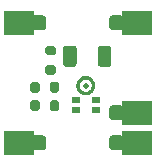
<source format=gts>
G04 #@! TF.GenerationSoftware,KiCad,Pcbnew,9.0.1+1*
G04 #@! TF.CreationDate,2025-11-11T14:39:52+00:00*
G04 #@! TF.ProjectId,mems-microphone,6d656d73-2d6d-4696-9372-6f70686f6e65,rev?*
G04 #@! TF.SameCoordinates,Original*
G04 #@! TF.FileFunction,Soldermask,Top*
G04 #@! TF.FilePolarity,Negative*
%FSLAX46Y46*%
G04 Gerber Fmt 4.6, Leading zero omitted, Abs format (unit mm)*
G04 Created by KiCad (PCBNEW 9.0.1+1) date 2025-11-11 14:39:52*
%MOMM*%
%LPD*%
G01*
G04 APERTURE LIST*
%ADD10C,0.500000*%
%ADD11R,0.725000X0.522000*%
%ADD12R,2.540000X2.000000*%
G04 APERTURE END LIST*
D10*
X62527500Y-47408000D03*
D11*
X63365000Y-49482000D03*
X63365000Y-48660000D03*
G36*
X62291644Y-48185514D02*
G01*
X62144490Y-48124561D01*
X62012055Y-48036071D01*
X61899429Y-47923445D01*
X61810939Y-47791010D01*
X61749986Y-47643856D01*
X61718912Y-47487639D01*
X61718912Y-47328361D01*
X61749986Y-47172144D01*
X61810939Y-47024990D01*
X61899429Y-46892555D01*
X62012055Y-46779929D01*
X62144490Y-46691439D01*
X62291644Y-46630486D01*
X62447861Y-46599412D01*
X62495749Y-46599412D01*
X62498236Y-46598382D01*
X62556764Y-46598382D01*
X62559251Y-46599412D01*
X62607139Y-46599412D01*
X62763356Y-46630486D01*
X62910510Y-46691439D01*
X63042945Y-46779929D01*
X63155571Y-46892555D01*
X63244061Y-47024990D01*
X63305014Y-47172144D01*
X63336088Y-47328361D01*
X63336088Y-47475472D01*
X63040000Y-47475472D01*
X63040000Y-47340528D01*
X63005074Y-47210183D01*
X62937602Y-47093318D01*
X62842182Y-46997898D01*
X62725317Y-46930426D01*
X62594972Y-46895500D01*
X62460028Y-46895500D01*
X62329683Y-46930426D01*
X62212818Y-46997898D01*
X62117398Y-47093318D01*
X62049926Y-47210183D01*
X62015000Y-47340528D01*
X62015000Y-47475472D01*
X62049926Y-47605817D01*
X62117398Y-47722682D01*
X62212818Y-47818102D01*
X62329683Y-47885574D01*
X62460028Y-47920500D01*
X62594972Y-47920500D01*
X62725317Y-47885574D01*
X62842182Y-47818102D01*
X62937602Y-47722682D01*
X63005074Y-47605817D01*
X63040000Y-47475472D01*
X63336088Y-47475472D01*
X63336088Y-47487639D01*
X63305014Y-47643856D01*
X63244061Y-47791010D01*
X63155571Y-47923445D01*
X63042945Y-48036071D01*
X62910510Y-48124561D01*
X62763356Y-48185514D01*
X62607139Y-48216588D01*
X62447861Y-48216588D01*
X62291644Y-48185514D01*
G37*
X61690000Y-48660000D03*
X61690000Y-49482000D03*
G36*
G01*
X59820000Y-46490500D02*
X59270000Y-46490500D01*
G75*
G02*
X59070000Y-46290500I0J200000D01*
G01*
X59070000Y-45890500D01*
G75*
G02*
X59270000Y-45690500I200000J0D01*
G01*
X59820000Y-45690500D01*
G75*
G02*
X60020000Y-45890500I0J-200000D01*
G01*
X60020000Y-46290500D01*
G75*
G02*
X59820000Y-46490500I-200000J0D01*
G01*
G37*
G36*
G01*
X59820000Y-44840500D02*
X59270000Y-44840500D01*
G75*
G02*
X59070000Y-44640500I0J200000D01*
G01*
X59070000Y-44240500D01*
G75*
G02*
X59270000Y-44040500I200000J0D01*
G01*
X59820000Y-44040500D01*
G75*
G02*
X60020000Y-44240500I0J-200000D01*
G01*
X60020000Y-44640500D01*
G75*
G02*
X59820000Y-44840500I-200000J0D01*
G01*
G37*
G36*
G01*
X57820000Y-49380500D02*
X57820000Y-48830500D01*
G75*
G02*
X58020000Y-48630500I200000J0D01*
G01*
X58420000Y-48630500D01*
G75*
G02*
X58620000Y-48830500I0J-200000D01*
G01*
X58620000Y-49380500D01*
G75*
G02*
X58420000Y-49580500I-200000J0D01*
G01*
X58020000Y-49580500D01*
G75*
G02*
X57820000Y-49380500I0J200000D01*
G01*
G37*
G36*
G01*
X59470000Y-49380500D02*
X59470000Y-48830500D01*
G75*
G02*
X59670000Y-48630500I200000J0D01*
G01*
X60070000Y-48630500D01*
G75*
G02*
X60270000Y-48830500I0J-200000D01*
G01*
X60270000Y-49380500D01*
G75*
G02*
X60070000Y-49580500I-200000J0D01*
G01*
X59670000Y-49580500D01*
G75*
G02*
X59470000Y-49380500I0J200000D01*
G01*
G37*
G36*
G01*
X60595000Y-45575500D02*
X60595000Y-44275500D01*
G75*
G02*
X60845000Y-44025500I250000J0D01*
G01*
X61495000Y-44025500D01*
G75*
G02*
X61745000Y-44275500I0J-250000D01*
G01*
X61745000Y-45575500D01*
G75*
G02*
X61495000Y-45825500I-250000J0D01*
G01*
X60845000Y-45825500D01*
G75*
G02*
X60595000Y-45575500I0J250000D01*
G01*
G37*
G36*
G01*
X63545000Y-45575500D02*
X63545000Y-44275500D01*
G75*
G02*
X63795000Y-44025500I250000J0D01*
G01*
X64445000Y-44025500D01*
G75*
G02*
X64695000Y-44275500I0J-250000D01*
G01*
X64695000Y-45575500D01*
G75*
G02*
X64445000Y-45825500I-250000J0D01*
G01*
X63795000Y-45825500D01*
G75*
G02*
X63545000Y-45575500I0J250000D01*
G01*
G37*
G36*
G01*
X60280000Y-47280500D02*
X60280000Y-47830500D01*
G75*
G02*
X60080000Y-48030500I-200000J0D01*
G01*
X59680000Y-48030500D01*
G75*
G02*
X59480000Y-47830500I0J200000D01*
G01*
X59480000Y-47280500D01*
G75*
G02*
X59680000Y-47080500I200000J0D01*
G01*
X60080000Y-47080500D01*
G75*
G02*
X60280000Y-47280500I0J-200000D01*
G01*
G37*
G36*
G01*
X58630000Y-47280500D02*
X58630000Y-47830500D01*
G75*
G02*
X58430000Y-48030500I-200000J0D01*
G01*
X58030000Y-48030500D01*
G75*
G02*
X57830000Y-47830500I0J200000D01*
G01*
X57830000Y-47280500D01*
G75*
G02*
X58030000Y-47080500I200000J0D01*
G01*
X58430000Y-47080500D01*
G75*
G02*
X58630000Y-47280500I0J-200000D01*
G01*
G37*
D12*
X66845000Y-42090500D03*
G36*
G01*
X64520000Y-42465500D02*
X64520000Y-41715500D01*
G75*
G02*
X64770000Y-41465500I250000J0D01*
G01*
X65520000Y-41465500D01*
G75*
G02*
X65770000Y-41715500I0J-250000D01*
G01*
X65770000Y-42465500D01*
G75*
G02*
X65520000Y-42715500I-250000J0D01*
G01*
X64770000Y-42715500D01*
G75*
G02*
X64520000Y-42465500I0J250000D01*
G01*
G37*
X66845000Y-49710500D03*
G36*
G01*
X64520000Y-50085500D02*
X64520000Y-49335500D01*
G75*
G02*
X64770000Y-49085500I250000J0D01*
G01*
X65520000Y-49085500D01*
G75*
G02*
X65770000Y-49335500I0J-250000D01*
G01*
X65770000Y-50085500D01*
G75*
G02*
X65520000Y-50335500I-250000J0D01*
G01*
X64770000Y-50335500D01*
G75*
G02*
X64520000Y-50085500I0J250000D01*
G01*
G37*
X66845000Y-52250500D03*
G36*
G01*
X64520000Y-52625500D02*
X64520000Y-51875500D01*
G75*
G02*
X64770000Y-51625500I250000J0D01*
G01*
X65520000Y-51625500D01*
G75*
G02*
X65770000Y-51875500I0J-250000D01*
G01*
X65770000Y-52625500D01*
G75*
G02*
X65520000Y-52875500I-250000J0D01*
G01*
X64770000Y-52875500D01*
G75*
G02*
X64520000Y-52625500I0J250000D01*
G01*
G37*
G36*
G01*
X57920000Y-42465500D02*
X57920000Y-41715500D01*
G75*
G02*
X58170000Y-41465500I250000J0D01*
G01*
X58920000Y-41465500D01*
G75*
G02*
X59170000Y-41715500I0J-250000D01*
G01*
X59170000Y-42465500D01*
G75*
G02*
X58920000Y-42715500I-250000J0D01*
G01*
X58170000Y-42715500D01*
G75*
G02*
X57920000Y-42465500I0J250000D01*
G01*
G37*
X56845000Y-42090500D03*
G36*
G01*
X57920000Y-52625500D02*
X57920000Y-51875500D01*
G75*
G02*
X58170000Y-51625500I250000J0D01*
G01*
X58920000Y-51625500D01*
G75*
G02*
X59170000Y-51875500I0J-250000D01*
G01*
X59170000Y-52625500D01*
G75*
G02*
X58920000Y-52875500I-250000J0D01*
G01*
X58170000Y-52875500D01*
G75*
G02*
X57920000Y-52625500I0J250000D01*
G01*
G37*
X56845000Y-52250500D03*
M02*

</source>
